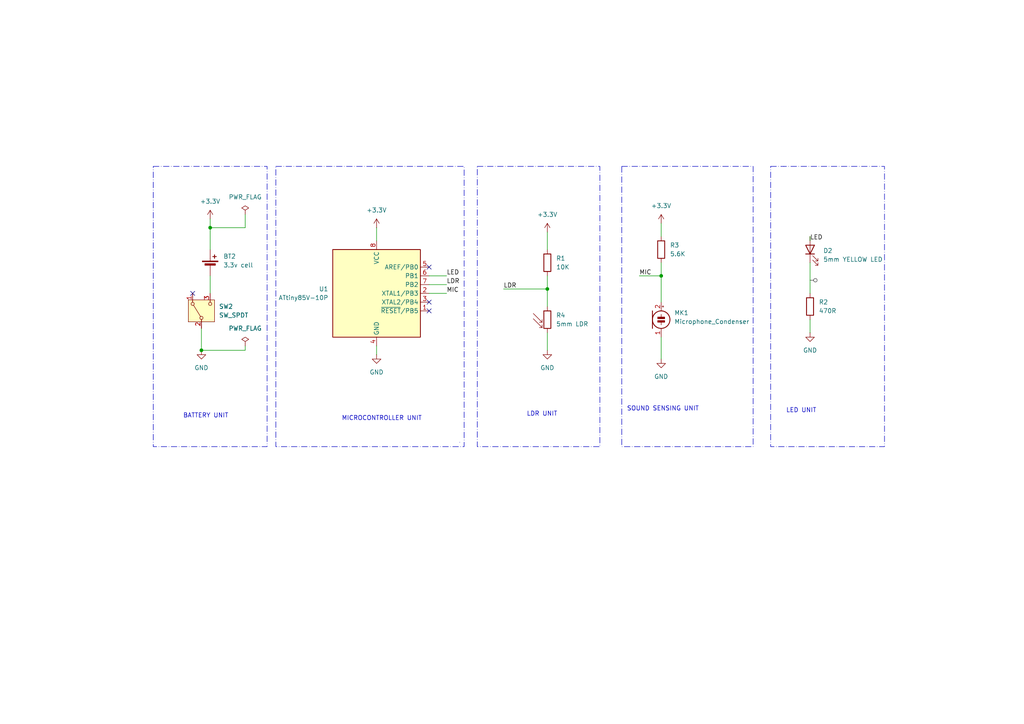
<source format=kicad_sch>
(kicad_sch (version 20250114) (generator "eeschema") (generator_version "9.0")
  (paper "A4")
  (lib_symbols
    (symbol "Device:Battery_Cell" (pin_numbers (hide yes)) (pin_names (offset 0) (hide yes))
      (property "Reference" "BT" (at 2.54 2.54 0))
      (property "Value" "Battery_Cell" (at 2.54 0 0))
      (symbol "Battery_Cell_0_1"
        (rectangle (start -2.286 1.778) (end 2.286 1.524) (fill (type outline)))
        (rectangle (start -1.524 1.016) (end 1.524 0.508) (fill (type outline)))
        (polyline (pts (xy 0 1.778) (xy 0 2.54)))
        (polyline (pts (xy 0 0.762) (xy 0 0)))
        (polyline (pts (xy 0.762 3.048) (xy 1.778 3.048)) (stroke (width 0.254)))
        (polyline (pts (xy 1.27 3.556) (xy 1.27 2.54)) (stroke (width 0.254)))
      )
      (symbol "Battery_Cell_1_1"
        (pin passive line (at 0 5.08 270) (length 2.54) (name "+") (number "1"))
        (pin passive line (at 0 -2.54 90) (length 2.54) (name "-") (number "2"))
      )
    )
    (symbol "Device:LED" (pin_numbers (hide yes)) (pin_names (offset 1.016) (hide yes))
      (property "Reference" "D" (at 0 2.54 0))
      (property "Value" "LED" (at 0 -2.54 0))
      (symbol "LED_0_1"
        (polyline (pts (xy -3.048 -0.762) (xy -4.572 -2.286) (xy -3.81 -2.286) (xy -4.572 -2.286) (xy -4.572 -1.524)))
        (polyline (pts (xy -1.778 -0.762) (xy -3.302 -2.286) (xy -2.54 -2.286) (xy -3.302 -2.286) (xy -3.302 -1.524)))
        (polyline (pts (xy -1.27 0) (xy 1.27 0)))
        (polyline (pts (xy -1.27 -1.27) (xy -1.27 1.27)) (stroke (width 0.254)))
        (polyline (pts (xy 1.27 -1.27) (xy 1.27 1.27) (xy -1.27 0) (xy 1.27 -1.27)) (stroke (width 0.254)))
      )
      (symbol "LED_1_1"
        (pin passive line (at -3.81 0 0) (length 2.54) (name "K") (number "1"))
        (pin passive line (at 3.81 0 180) (length 2.54) (name "A") (number "2"))
      )
    )
    (symbol "Device:Microphone_Condenser" (pin_names (offset 0.0254) (hide yes))
      (property "Reference" "MK" (at -3.302 1.27 0))
      (property "Value" "Microphone_Condenser" (at -3.302 -0.635 0))
      (symbol "Microphone_Condenser_0_1"
        (polyline (pts (xy -2.54 2.54) (xy -2.54 -2.54)) (stroke (width 0.254)))
        (polyline (pts (xy 0 0.762) (xy 0 1.524)))
        (circle (center 0 0) (radius 2.54) (stroke (width 0.254)))
        (polyline (pts (xy 0 -0.762) (xy 0 -1.524)))
        (polyline (pts (xy 0.254 3.81) (xy 0.762 3.81)))
        (polyline (pts (xy 0.508 4.064) (xy 0.508 3.556)))
        (rectangle (start 1.016 0.762) (end -1.016 0.254) (fill (type outline)))
        (rectangle (start 1.016 -0.254) (end -1.016 -0.762) (fill (type outline)))
      )
      (symbol "Microphone_Condenser_1_1"
        (pin passive line (at 0 5.08 270) (length 2.54) (name "+") (number "2"))
        (pin passive line (at 0 -5.08 90) (length 2.54) (name "-") (number "1"))
      )
    )
    (symbol "Device:R" (pin_numbers (hide yes)) (pin_names (offset 0))
      (property "Reference" "R" (at 2.032 0 90))
      (property "Value" "R" (at 0 0 90))
      (symbol "R_0_1"
        (rectangle (start -1.016 -2.54) (end 1.016 2.54) (stroke (width 0.254)))
      )
      (symbol "R_1_1"
        (pin passive line (at 0 3.81 270) (length 1.27) (name "~") (number "1"))
        (pin passive line (at 0 -3.81 90) (length 1.27) (name "~") (number "2"))
      )
    )
    (symbol "MCU_Microchip_ATtiny:ATtiny85V-10P"
      (property "Reference" "U" (at -12.7 13.97 0))
      (property "Value" "ATtiny85V-10P" (at 2.54 -13.97 0))
      (symbol "ATtiny85V-10P_0_1"
        (rectangle (start -12.7 -12.7) (end 12.7 12.7) (stroke (width 0.254)) (fill (type background)))
      )
      (symbol "ATtiny85V-10P_1_1"
        (pin power_in line (at 0 15.24 270) (length 2.54) (name "VCC") (number "8"))
        (pin power_in line (at 0 -15.24 90) (length 2.54) (name "GND") (number "4"))
        (pin bidirectional line (at 15.24 7.62 180) (length 2.54) (name "AREF/PB0") (number "5"))
        (pin bidirectional line (at 15.24 5.08 180) (length 2.54) (name "PB1") (number "6"))
        (pin bidirectional line (at 15.24 2.54 180) (length 2.54) (name "PB2") (number "7"))
        (pin bidirectional line (at 15.24 0 180) (length 2.54) (name "XTAL1/PB3") (number "2"))
        (pin bidirectional line (at 15.24 -2.54 180) (length 2.54) (name "XTAL2/PB4") (number "3"))
        (pin bidirectional line (at 15.24 -5.08 180) (length 2.54) (name "~{RESET}/PB5") (number "1"))
      )
    )
    (symbol "Sensor_Optical:LDR03" (pin_numbers (hide yes)) (pin_names (offset 0))
      (property "Reference" "R" (at -5.08 0 90))
      (property "Value" "LDR03" (at 1.905 0 90))
      (symbol "LDR03_0_1"
        (polyline (pts (xy -1.524 -0.762) (xy -4.064 1.778)))
        (polyline (pts (xy -1.524 -0.762) (xy -2.286 -0.762)))
        (polyline (pts (xy -1.524 -0.762) (xy -1.524 0)))
        (polyline (pts (xy -1.524 -2.286) (xy -4.064 0.254)))
        (polyline (pts (xy -1.524 -2.286) (xy -2.286 -2.286)))
        (polyline (pts (xy -1.524 -2.286) (xy -1.524 -1.524)))
        (rectangle (start -1.016 2.54) (end 1.016 -2.54) (stroke (width 0.254)))
      )
      (symbol "LDR03_1_1"
        (pin passive line (at 0 3.81 270) (length 1.27) (name "~") (number "1"))
        (pin passive line (at 0 -3.81 90) (length 1.27) (name "~") (number "2"))
      )
    )
    (symbol "Switch:SW_SPDT" (pin_names (offset 0) (hide yes))
      (property "Reference" "SW" (at 0 5.08 0))
      (property "Value" "SW_SPDT" (at 0 -5.08 0))
      (symbol "SW_SPDT_0_1"
        (circle (center -2.032 0) (radius 0.4572))
        (polyline (pts (xy -1.651 0.254) (xy 1.651 2.286)))
        (circle (center 2.032 2.54) (radius 0.4572))
        (circle (center 2.032 -2.54) (radius 0.4572))
      )
      (symbol "SW_SPDT_1_1"
        (rectangle (start -3.175 3.81) (end 3.175 -3.81) (fill (type background)))
        (pin passive line (at -5.08 0 0) (length 2.54) (name "B") (number "2"))
        (pin passive line (at 5.08 2.54 180) (length 2.54) (name "A") (number "1"))
        (pin passive line (at 5.08 -2.54 180) (length 2.54) (name "C") (number "3"))
      )
    )
    (symbol "power:+3.3V" (power) (pin_numbers (hide yes)) (pin_names (offset 0) (hide yes))
      (property "Value" "+3.3V" (at 0 3.556 0))
      (symbol "+3.3V_0_1"
        (polyline (pts (xy -0.762 1.27) (xy 0 2.54)))
        (polyline (pts (xy 0 2.54) (xy 0.762 1.27)))
        (polyline (pts (xy 0 0) (xy 0 2.54)))
      )
      (symbol "+3.3V_1_1"
        (pin power_in line (at 0 0 90) (length 0) (name "~") (number "1"))
      )
    )
    (symbol "power:GND" (power) (pin_numbers (hide yes)) (pin_names (offset 0) (hide yes))
      (property "Value" "GND" (at 0 -3.81 0))
      (symbol "GND_0_1"
        (polyline (pts (xy 0 0) (xy 0 -1.27) (xy 1.27 -1.27) (xy 0 -2.54) (xy -1.27 -1.27) (xy 0 -1.27)))
      )
      (symbol "GND_1_1"
        (pin power_in line (at 0 0 270) (length 0) (name "~") (number "1"))
      )
    )
    (symbol "power:PWR_FLAG" (power) (pin_numbers (hide yes)) (pin_names (offset 0) (hide yes))
      (property "Value" "PWR_FLAG" (at 0 3.81 0))
      (symbol "PWR_FLAG_0_0"
        (pin power_out line (at 0 0 90) (length 0) (name "~") (number "1"))
      )
      (symbol "PWR_FLAG_0_1"
        (polyline (pts (xy 0 0) (xy 0 1.27) (xy -1.016 1.905) (xy 0 2.54) (xy 1.016 1.905) (xy 0 1.27)))
      )
    )
  )
  (rectangle (start 133.35 128.27) (end 133.35 128.27))
  (rectangle (start 203.2 48.26) (end 203.2 48.26))
  (rectangle (start 80.01 48.26) (end 134.62 129.54) (stroke (width 0) (type dash_dot)))
  (rectangle (start 227.33 48.26) (end 227.33 48.26))
  (rectangle (start 223.52 48.26) (end 223.52 48.26))
  (rectangle (start 223.52 48.26) (end 256.54 129.54) (stroke (width 0) (type dash_dot)))
  (rectangle (start 180.34 48.26) (end 218.44 129.54) (stroke (width 0) (type dash_dot)))
  (rectangle (start 138.43 48.26) (end 173.99 129.54) (stroke (width 0) (type dash_dot)))
  (rectangle (start 44.45 48.26) (end 77.47 129.54) (stroke (width 0) (type dash_dot)))
  (text "LDR UNIT\n" (at 157.226 120.142 0) (effects (font (size 1.27 1.27))))
  (text "BATTERY UNIT\n\n" (at 59.69 121.666 0) (effects (font (size 1.27 1.27))))
  (text "MICROCONTROLLER UNIT\n\n" (at 110.744 122.428 0) (effects (font (size 1.27 1.27))))
  (text "SOUND SENSING UNIT\n" (at 192.278 118.618 0) (effects (font (size 1.27 1.27))))
  (text "LED UNIT" (at 232.41 119.126 0) (effects (font (size 1.27 1.27))))
  (junction (at 58.42 101.6))
  (junction (at 158.75 83.82))
  (junction (at 191.77 80.01))
  (junction (at 60.96 66.04))
  (no_connect (at 124.46 87.63))
  (no_connect (at 124.46 90.17))
  (no_connect (at 55.88 85.09))
  (no_connect (at 124.46 77.47))
  (wire (pts (xy 124.46 85.09) (xy 129.54 85.09)))
  (wire (pts (xy 109.22 100.33) (xy 109.22 102.87)))
  (wire (pts (xy 158.75 67.31) (xy 158.75 72.39)))
  (wire (pts (xy 58.42 95.25) (xy 58.42 101.6)))
  (wire (pts (xy 191.77 64.77) (xy 191.77 68.58)))
  (wire (pts (xy 234.95 92.71) (xy 234.95 96.52)))
  (wire (pts (xy 60.96 66.04) (xy 71.12 66.04)))
  (wire (pts (xy 60.96 66.04) (xy 60.96 72.39)))
  (wire (pts (xy 109.22 66.04) (xy 109.22 69.85)))
  (wire (pts (xy 191.77 80.01) (xy 191.77 87.63)))
  (wire (pts (xy 71.12 100.33) (xy 71.12 101.6)))
  (wire (pts (xy 71.12 62.23) (xy 71.12 66.04)))
  (wire (pts (xy 124.46 80.01) (xy 129.54 80.01)))
  (wire (pts (xy 60.96 63.5) (xy 60.96 66.04)))
  (wire (pts (xy 234.95 69.85) (xy 234.95 68.58)))
  (wire (pts (xy 185.42 80.01) (xy 191.77 80.01)))
  (wire (pts (xy 234.95 76.2) (xy 234.95 85.09)))
  (wire (pts (xy 60.96 80.01) (xy 60.96 85.09)))
  (wire (pts (xy 58.42 101.6) (xy 71.12 101.6)))
  (wire (pts (xy 191.77 80.01) (xy 191.77 76.2)))
  (wire (pts (xy 124.46 82.55) (xy 129.54 82.55)))
  (wire (pts (xy 158.75 80.01) (xy 158.75 83.82)))
  (wire (pts (xy 158.75 83.82) (xy 158.75 88.9)))
  (wire (pts (xy 191.77 97.79) (xy 191.77 104.14)))
  (wire (pts (xy 146.05 83.82) (xy 158.75 83.82)))
  (wire (pts (xy 158.75 96.52) (xy 158.75 101.6)))
  (label "LDR" (at 146.05 83.82 0))
  (label "LED" (at 129.54 80.01 0))
  (label "" (at 127 80.01 0))
  (label "LDR" (at 129.54 82.55 0))
  (label "MIC" (at 185.42 80.01 0))
  (label "MIC" (at 129.54 85.09 0))
  (label "LED" (at 234.95 69.85 0))
  (netclass_flag "" (length 1.54) (shape round) (at 234.95 81.28 270) (property "Netclass" "signal" (effects (hide yes))))
  (symbol (lib_id "power:+3.3V") (at 191.77 64.77 0) (unit 1)
    (property "Reference" "#PWR07" (effects (hide yes)))
    (property "Value" "+3.3V" (at 191.77 59.69 0))
    (property "Description" "Power symbol creates a global label with name \"+3.3V\"" (effects (hide yes)))
  )
  (symbol (lib_id "power:GND") (at 191.77 104.14 0) (unit 1)
    (property "Reference" "#PWR08" (effects (hide yes)))
    (property "Value" "GND" (at 191.77 109.22 0))
    (property "Description" "Power symbol creates a global label with name \"GND\" , ground" (effects (hide yes)))
  )
  (symbol (lib_id "Device:R") (at 158.75 76.2 180) (unit 1)
    (property "Reference" "R1" (at 161.29 74.9299 0) (effects (justify right)))
    (property "Value" "10K" (at 161.29 77.4699 0) (effects (justify right)))
    (property "Footprint" "Resistor_THT:R_Axial_DIN0204_L3.6mm_D1.6mm_P7.62mm_Horizontal" (effects (hide yes)))
    (property "Description" "Resistor" (effects (hide yes)))
  )
  (symbol (lib_id "Device:Microphone_Condenser") (at 191.77 92.71 0) (unit 1)
    (property "Reference" "MK1" (at 195.58 90.7414 0) (effects (justify left)))
    (property "Value" "Microphone_Condenser" (at 195.58 93.2814 0) (effects (justify left)))
    (property "Footprint" "Connector_PinSocket_2.00mm:PinSocket_1x02_P2.00mm_Vertical" (effects (hide yes)))
    (property "Description" "Condenser microphone" (effects (hide yes)))
  )
  (symbol (lib_id "Switch:SW_SPDT") (at 58.42 90.17 90) (unit 1)
    (property "Reference" "SW2" (at 63.5 88.8999 90) (effects (justify right)))
    (property "Value" "SW_SPDT" (at 63.5 91.4399 90) (effects (justify right)))
    (property "Footprint" "Button_Switch_THT:SW_Slide_SPDT_Straight_CK_OS102011MS2Q" (effects (hide yes)))
    (property "Description" "Switch, single pole double throw" (effects (hide yes)))
  )
  (symbol (lib_id "power:GND") (at 109.22 102.87 0) (unit 1)
    (property "Reference" "#PWR01" (effects (hide yes)))
    (property "Value" "GND" (at 109.22 107.95 0))
    (property "Description" "Power symbol creates a global label with name \"GND\" , ground" (effects (hide yes)))
  )
  (symbol (lib_id "power:GND") (at 158.75 101.6 0) (unit 1)
    (property "Reference" "#PWR05" (effects (hide yes)))
    (property "Value" "GND" (at 158.75 106.68 0))
    (property "Description" "Power symbol creates a global label with name \"GND\" , ground" (effects (hide yes)))
  )
  (symbol (lib_id "Sensor_Optical:LDR03") (at 158.75 92.71 0) (unit 1)
    (property "Reference" "R4" (at 161.29 91.4399 0) (effects (justify left)))
    (property "Value" "5mm LDR" (at 161.29 93.9799 0) (effects (justify left)))
    (property "Footprint" "OptoDevice:R_LDR_10x8.5mm_P7.6mm_Vertical" (effects (hide yes)))
    (property "Datasheet" "http://www.elektronica-componenten.nl/WebRoot/StoreNL/Shops/61422969/54F1/BA0C/C664/31B9/2173/C0A8/2AB9/2AEF/LDR03IMP.pdf" (effects (hide yes)))
    (property "Description" "light dependent resistor" (effects (hide yes)))
  )
  (symbol (lib_id "power:+3.3V") (at 60.96 63.5 0) (unit 1)
    (property "Reference" "#PWR03" (effects (hide yes)))
    (property "Value" "+3.3V" (at 60.96 58.42 0))
    (property "Description" "Power symbol creates a global label with name \"+3.3V\"" (effects (hide yes)))
  )
  (symbol (lib_id "Device:R") (at 191.77 72.39 0) (unit 1)
    (property "Reference" "R3" (at 194.31 71.1199 0) (effects (justify left)))
    (property "Value" "5.6K" (at 194.31 73.6599 0) (effects (justify left)))
    (property "Footprint" "Resistor_THT:R_Axial_DIN0204_L3.6mm_D1.6mm_P7.62mm_Horizontal" (effects (hide yes)))
    (property "Description" "Resistor" (effects (hide yes)))
  )
  (symbol (lib_id "power:PWR_FLAG") (at 71.12 62.23 0) (unit 1)
    (property "Reference" "#FLG01" (effects (hide yes)))
    (property "Value" "PWR_FLAG" (at 71.12 57.15 0))
    (property "Description" "Special symbol for telling ERC where power comes from" (effects (hide yes)))
  )
  (symbol (lib_id "MCU_Microchip_ATtiny:ATtiny85V-10P") (at 109.22 85.09 0) (unit 1)
    (property "Reference" "U1" (at 95.25 83.8199 0) (effects (justify right)))
    (property "Value" "ATtiny85V-10P" (at 95.25 86.3599 0) (effects (justify right)))
    (property "Footprint" "Package_DIP:DIP-8_W7.62mm" (effects (hide yes)))
    (property "Datasheet" "http://ww1.microchip.com/downloads/en/DeviceDoc/atmel-2586-avr-8-bit-microcontroller-attiny25-attiny45-attiny85_datasheet.pdf" (effects (hide yes)))
    (property "Description" "10MHz, 8kB Flash, 512B SRAM, 512B EEPROM, debugWIRE, DIP-8" (effects (hide yes)))
  )
  (symbol (lib_id "power:GND") (at 58.42 101.6 0) (unit 1)
    (property "Reference" "#PWR04" (effects (hide yes)))
    (property "Value" "GND" (at 58.42 106.68 0))
    (property "Description" "Power symbol creates a global label with name \"GND\" , ground" (effects (hide yes)))
  )
  (symbol (lib_id "power:PWR_FLAG") (at 71.12 100.33 0) (unit 1)
    (property "Reference" "#FLG02" (effects (hide yes)))
    (property "Value" "PWR_FLAG" (at 71.12 95.25 0))
    (property "Description" "Special symbol for telling ERC where power comes from" (effects (hide yes)))
  )
  (symbol (lib_id "Device:R") (at 234.95 88.9 0) (unit 1)
    (property "Reference" "R2" (at 237.49 87.6299 0) (effects (justify left)))
    (property "Value" "470R" (at 237.49 90.1699 0) (effects (justify left)))
    (property "Footprint" "Resistor_THT:R_Axial_DIN0204_L3.6mm_D1.6mm_P7.62mm_Horizontal" (effects (hide yes)))
    (property "Description" "Resistor" (effects (hide yes)))
  )
  (symbol (lib_id "power:+3.3V") (at 109.22 66.04 0) (unit 1)
    (property "Reference" "#PWR02" (effects (hide yes)))
    (property "Value" "+3.3V" (at 109.22 60.96 0))
    (property "Description" "Power symbol creates a global label with name \"+3.3V\"" (effects (hide yes)))
  )
  (symbol (lib_id "Device:LED") (at 234.95 72.39 90) (unit 1)
    (property "Reference" "D2" (at 238.76 72.7074 90) (effects (justify right)))
    (property "Value" "5mm YELLOW LED" (at 238.76 75.2474 90) (effects (justify right)))
    (property "Footprint" "LED_THT:LED_D5.0mm" (effects (hide yes)))
    (property "Description" "Light emitting diode" (effects (hide yes)))
    (property "Sim.Pins" "1=K 2=A" (effects (hide yes)))
  )
  (symbol (lib_id "Device:Battery_Cell") (at 60.96 77.47 0) (unit 1)
    (property "Reference" "BT2" (at 64.77 74.3584 0) (effects (justify left)))
    (property "Value" "3.3v cell" (at 64.77 76.8984 0) (effects (justify left)))
    (property "Footprint" "Battery:BatteryHolder_ComfortableElectronic_CH273-2450_1x2450" (effects (hide yes)))
    (property "Description" "Single-cell battery" (effects (hide yes)))
  )
  (symbol (lib_id "power:+3.3V") (at 158.75 67.31 0) (unit 1)
    (property "Reference" "#PWR06" (effects (hide yes)))
    (property "Value" "+3.3V" (at 158.75 62.23 0))
    (property "Description" "Power symbol creates a global label with name \"+3.3V\"" (effects (hide yes)))
  )
  (symbol (lib_id "power:GND") (at 234.95 96.52 0) (unit 1)
    (property "Reference" "#PWR010" (effects (hide yes)))
    (property "Value" "GND" (at 234.95 101.6 0))
    (property "Description" "Power symbol creates a global label with name \"GND\" , ground" (effects (hide yes)))
  )
)
</source>
